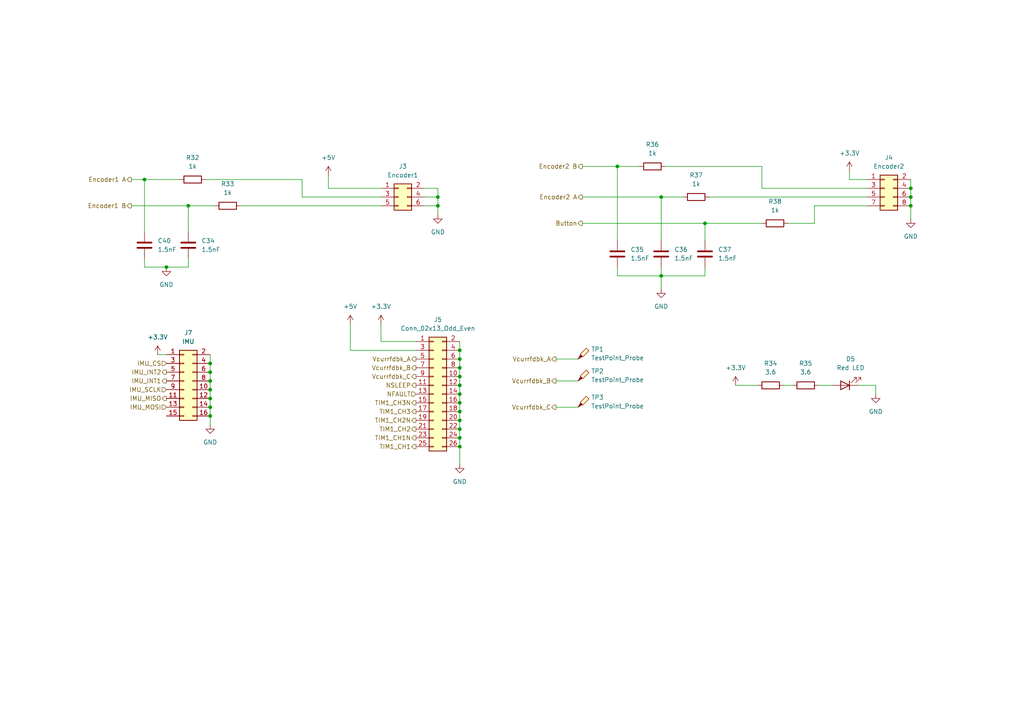
<source format=kicad_sch>
(kicad_sch (version 20250114) (generator "eeschema") (generator_version "9.0")
  (paper "A4")
  (lib_symbols
    (symbol "+3.3V_1" (power) (pin_numbers (hide yes)) (pin_names (offset 0) (hide yes))
      (property "Value" "+3.3V" (at 0 3.556 0))
      (symbol "+3.3V_1_0_1"
        (polyline (pts (xy -0.762 1.27) (xy 0 2.54)))
        (polyline (pts (xy 0 2.54) (xy 0.762 1.27)))
        (polyline (pts (xy 0 0) (xy 0 2.54)))
      )
      (symbol "+3.3V_1_1_1"
        (pin power_in line (at 0 0 90) (length 0) (name "~") (number "1"))
      )
    )
    (symbol "+5V_1" (power) (pin_numbers (hide yes)) (pin_names (offset 0) (hide yes))
      (property "Value" "+5V" (at 0 3.556 0))
      (symbol "+5V_1_0_1"
        (polyline (pts (xy -0.762 1.27) (xy 0 2.54)))
        (polyline (pts (xy 0 2.54) (xy 0.762 1.27)))
        (polyline (pts (xy 0 0) (xy 0 2.54)))
      )
      (symbol "+5V_1_1_1"
        (pin power_in line (at 0 0 90) (length 0) (name "~") (number "1"))
      )
    )
    (symbol "Connector:TestPoint_Probe" (pin_numbers (hide yes)) (pin_names (offset 0.762) (hide yes))
      (property "Reference" "TP" (at 1.651 5.842 0))
      (property "Value" "TestPoint_Probe" (at 1.651 4.064 0))
      (symbol "TestPoint_Probe_0_1"
        (polyline (pts (xy 1.27 0.762) (xy 0 0) (xy 0.762 1.27) (xy 1.27 0.762)) (fill (type outline)))
        (polyline (pts (xy 1.397 0.635) (xy 0.635 1.397) (xy 2.413 3.175) (xy 3.175 2.413) (xy 1.397 0.635)) (fill (type background)))
      )
      (symbol "TestPoint_Probe_1_1"
        (pin passive line (at 0 0 90) (length 0) (name "1") (number "1"))
      )
    )
    (symbol "Connector_Generic:Conn_02x03_Odd_Even" (pin_names (offset 1.016) (hide yes))
      (property "Reference" "J" (at 1.27 5.08 0))
      (property "Value" "Conn_02x03_Odd_Even" (at 1.27 -5.08 0))
      (symbol "Conn_02x03_Odd_Even_1_1"
        (rectangle (start -1.27 3.81) (end 3.81 -3.81) (stroke (width 0.254)) (fill (type background)))
        (rectangle (start -1.27 2.667) (end 0 2.413) (stroke (width 0.1524)))
        (rectangle (start -1.27 0.127) (end 0 -0.127) (stroke (width 0.1524)))
        (rectangle (start -1.27 -2.413) (end 0 -2.667) (stroke (width 0.1524)))
        (rectangle (start 3.81 2.667) (end 2.54 2.413) (stroke (width 0.1524)))
        (rectangle (start 3.81 0.127) (end 2.54 -0.127) (stroke (width 0.1524)))
        (rectangle (start 3.81 -2.413) (end 2.54 -2.667) (stroke (width 0.1524)))
        (pin passive line (at -5.08 2.54 0) (length 3.81) (name "Pin_1") (number "1"))
        (pin passive line (at -5.08 0 0) (length 3.81) (name "Pin_3") (number "3"))
        (pin passive line (at -5.08 -2.54 0) (length 3.81) (name "Pin_5") (number "5"))
        (pin passive line (at 7.62 2.54 180) (length 3.81) (name "Pin_2") (number "2"))
        (pin passive line (at 7.62 0 180) (length 3.81) (name "Pin_4") (number "4"))
        (pin passive line (at 7.62 -2.54 180) (length 3.81) (name "Pin_6") (number "6"))
      )
    )
    (symbol "Connector_Generic:Conn_02x04_Odd_Even" (pin_names (offset 1.016) (hide yes))
      (property "Reference" "J" (at 1.27 5.08 0))
      (property "Value" "Conn_02x04_Odd_Even" (at 1.27 -7.62 0))
      (symbol "Conn_02x04_Odd_Even_1_1"
        (rectangle (start -1.27 3.81) (end 3.81 -6.35) (stroke (width 0.254)) (fill (type background)))
        (rectangle (start -1.27 2.667) (end 0 2.413) (stroke (width 0.1524)))
        (rectangle (start -1.27 0.127) (end 0 -0.127) (stroke (width 0.1524)))
        (rectangle (start -1.27 -2.413) (end 0 -2.667) (stroke (width 0.1524)))
        (rectangle (start -1.27 -4.953) (end 0 -5.207) (stroke (width 0.1524)))
        (rectangle (start 3.81 2.667) (end 2.54 2.413) (stroke (width 0.1524)))
        (rectangle (start 3.81 0.127) (end 2.54 -0.127) (stroke (width 0.1524)))
        (rectangle (start 3.81 -2.413) (end 2.54 -2.667) (stroke (width 0.1524)))
        (rectangle (start 3.81 -4.953) (end 2.54 -5.207) (stroke (width 0.1524)))
        (pin passive line (at -5.08 2.54 0) (length 3.81) (name "Pin_1") (number "1"))
        (pin passive line (at -5.08 0 0) (length 3.81) (name "Pin_3") (number "3"))
        (pin passive line (at -5.08 -2.54 0) (length 3.81) (name "Pin_5") (number "5"))
        (pin passive line (at -5.08 -5.08 0) (length 3.81) (name "Pin_7") (number "7"))
        (pin passive line (at 7.62 2.54 180) (length 3.81) (name "Pin_2") (number "2"))
        (pin passive line (at 7.62 0 180) (length 3.81) (name "Pin_4") (number "4"))
        (pin passive line (at 7.62 -2.54 180) (length 3.81) (name "Pin_6") (number "6"))
        (pin passive line (at 7.62 -5.08 180) (length 3.81) (name "Pin_8") (number "8"))
      )
    )
    (symbol "Connector_Generic:Conn_02x08_Odd_Even" (pin_names (offset 1.016) (hide yes))
      (property "Reference" "J" (at 1.27 10.16 0))
      (property "Value" "Conn_02x08_Odd_Even" (at 1.27 -12.7 0))
      (symbol "Conn_02x08_Odd_Even_1_1"
        (rectangle (start -1.27 8.89) (end 3.81 -11.43) (stroke (width 0.254)) (fill (type background)))
        (rectangle (start -1.27 7.747) (end 0 7.493) (stroke (width 0.1524)))
        (rectangle (start -1.27 5.207) (end 0 4.953) (stroke (width 0.1524)))
        (rectangle (start -1.27 2.667) (end 0 2.413) (stroke (width 0.1524)))
        (rectangle (start -1.27 0.127) (end 0 -0.127) (stroke (width 0.1524)))
        (rectangle (start -1.27 -2.413) (end 0 -2.667) (stroke (width 0.1524)))
        (rectangle (start -1.27 -4.953) (end 0 -5.207) (stroke (width 0.1524)))
        (rectangle (start -1.27 -7.493) (end 0 -7.747) (stroke (width 0.1524)))
        (rectangle (start -1.27 -10.033) (end 0 -10.287) (stroke (width 0.1524)))
        (rectangle (start 3.81 7.747) (end 2.54 7.493) (stroke (width 0.1524)))
        (rectangle (start 3.81 5.207) (end 2.54 4.953) (stroke (width 0.1524)))
        (rectangle (start 3.81 2.667) (end 2.54 2.413) (stroke (width 0.1524)))
        (rectangle (start 3.81 0.127) (end 2.54 -0.127) (stroke (width 0.1524)))
        (rectangle (start 3.81 -2.413) (end 2.54 -2.667) (stroke (width 0.1524)))
        (rectangle (start 3.81 -4.953) (end 2.54 -5.207) (stroke (width 0.1524)))
        (rectangle (start 3.81 -7.493) (end 2.54 -7.747) (stroke (width 0.1524)))
        (rectangle (start 3.81 -10.033) (end 2.54 -10.287) (stroke (width 0.1524)))
        (pin passive line (at -5.08 7.62 0) (length 3.81) (name "Pin_1") (number "1"))
        (pin passive line (at -5.08 5.08 0) (length 3.81) (name "Pin_3") (number "3"))
        (pin passive line (at -5.08 2.54 0) (length 3.81) (name "Pin_5") (number "5"))
        (pin passive line (at -5.08 0 0) (length 3.81) (name "Pin_7") (number "7"))
        (pin passive line (at -5.08 -2.54 0) (length 3.81) (name "Pin_9") (number "9"))
        (pin passive line (at -5.08 -5.08 0) (length 3.81) (name "Pin_11") (number "11"))
        (pin passive line (at -5.08 -7.62 0) (length 3.81) (name "Pin_13") (number "13"))
        (pin passive line (at -5.08 -10.16 0) (length 3.81) (name "Pin_15") (number "15"))
        (pin passive line (at 7.62 7.62 180) (length 3.81) (name "Pin_2") (number "2"))
        (pin passive line (at 7.62 5.08 180) (length 3.81) (name "Pin_4") (number "4"))
        (pin passive line (at 7.62 2.54 180) (length 3.81) (name "Pin_6") (number "6"))
        (pin passive line (at 7.62 0 180) (length 3.81) (name "Pin_8") (number "8"))
        (pin passive line (at 7.62 -2.54 180) (length 3.81) (name "Pin_10") (number "10"))
        (pin passive line (at 7.62 -5.08 180) (length 3.81) (name "Pin_12") (number "12"))
        (pin passive line (at 7.62 -7.62 180) (length 3.81) (name "Pin_14") (number "14"))
        (pin passive line (at 7.62 -10.16 180) (length 3.81) (name "Pin_16") (number "16"))
      )
    )
    (symbol "Connector_Generic:Conn_02x13_Odd_Even" (pin_names (offset 1.016) (hide yes))
      (property "Reference" "J" (at 1.27 17.78 0))
      (property "Value" "Conn_02x13_Odd_Even" (at 1.27 -17.78 0))
      (symbol "Conn_02x13_Odd_Even_1_1"
        (rectangle (start -1.27 16.51) (end 3.81 -16.51) (stroke (width 0.254)) (fill (type background)))
        (rectangle (start -1.27 15.367) (end 0 15.113) (stroke (width 0.1524)))
        (rectangle (start -1.27 12.827) (end 0 12.573) (stroke (width 0.1524)))
        (rectangle (start -1.27 10.287) (end 0 10.033) (stroke (width 0.1524)))
        (rectangle (start -1.27 7.747) (end 0 7.493) (stroke (width 0.1524)))
        (rectangle (start -1.27 5.207) (end 0 4.953) (stroke (width 0.1524)))
        (rectangle (start -1.27 2.667) (end 0 2.413) (stroke (width 0.1524)))
        (rectangle (start -1.27 0.127) (end 0 -0.127) (stroke (width 0.1524)))
        (rectangle (start -1.27 -2.413) (end 0 -2.667) (stroke (width 0.1524)))
        (rectangle (start -1.27 -4.953) (end 0 -5.207) (stroke (width 0.1524)))
        (rectangle (start -1.27 -7.493) (end 0 -7.747) (stroke (width 0.1524)))
        (rectangle (start -1.27 -10.033) (end 0 -10.287) (stroke (width 0.1524)))
        (rectangle (start -1.27 -12.573) (end 0 -12.827) (stroke (width 0.1524)))
        (rectangle (start -1.27 -15.113) (end 0 -15.367) (stroke (width 0.1524)))
        (rectangle (start 3.81 15.367) (end 2.54 15.113) (stroke (width 0.1524)))
        (rectangle (start 3.81 12.827) (end 2.54 12.573) (stroke (width 0.1524)))
        (rectangle (start 3.81 10.287) (end 2.54 10.033) (stroke (width 0.1524)))
        (rectangle (start 3.81 7.747) (end 2.54 7.493) (stroke (width 0.1524)))
        (rectangle (start 3.81 5.207) (end 2.54 4.953) (stroke (width 0.1524)))
        (rectangle (start 3.81 2.667) (end 2.54 2.413) (stroke (width 0.1524)))
        (rectangle (start 3.81 0.127) (end 2.54 -0.127) (stroke (width 0.1524)))
        (rectangle (start 3.81 -2.413) (end 2.54 -2.667) (stroke (width 0.1524)))
        (rectangle (start 3.81 -4.953) (end 2.54 -5.207) (stroke (width 0.1524)))
        (rectangle (start 3.81 -7.493) (end 2.54 -7.747) (stroke (width 0.1524)))
        (rectangle (start 3.81 -10.033) (end 2.54 -10.287) (stroke (width 0.1524)))
        (rectangle (start 3.81 -12.573) (end 2.54 -12.827) (stroke (width 0.1524)))
        (rectangle (start 3.81 -15.113) (end 2.54 -15.367) (stroke (width 0.1524)))
        (pin passive line (at -5.08 15.24 0) (length 3.81) (name "Pin_1") (number "1"))
        (pin passive line (at -5.08 12.7 0) (length 3.81) (name "Pin_3") (number "3"))
        (pin passive line (at -5.08 10.16 0) (length 3.81) (name "Pin_5") (number "5"))
        (pin passive line (at -5.08 7.62 0) (length 3.81) (name "Pin_7") (number "7"))
        (pin passive line (at -5.08 5.08 0) (length 3.81) (name "Pin_9") (number "9"))
        (pin passive line (at -5.08 2.54 0) (length 3.81) (name "Pin_11") (number "11"))
        (pin passive line (at -5.08 0 0) (length 3.81) (name "Pin_13") (number "13"))
        (pin passive line (at -5.08 -2.54 0) (length 3.81) (name "Pin_15") (number "15"))
        (pin passive line (at -5.08 -5.08 0) (length 3.81) (name "Pin_17") (number "17"))
        (pin passive line (at -5.08 -7.62 0) (length 3.81) (name "Pin_19") (number "19"))
        (pin passive line (at -5.08 -10.16 0) (length 3.81) (name "Pin_21") (number "21"))
        (pin passive line (at -5.08 -12.7 0) (length 3.81) (name "Pin_23") (number "23"))
        (pin passive line (at -5.08 -15.24 0) (length 3.81) (name "Pin_25") (number "25"))
        (pin passive line (at 7.62 15.24 180) (length 3.81) (name "Pin_2") (number "2"))
        (pin passive line (at 7.62 12.7 180) (length 3.81) (name "Pin_4") (number "4"))
        (pin passive line (at 7.62 10.16 180) (length 3.81) (name "Pin_6") (number "6"))
        (pin passive line (at 7.62 7.62 180) (length 3.81) (name "Pin_8") (number "8"))
        (pin passive line (at 7.62 5.08 180) (length 3.81) (name "Pin_10") (number "10"))
        (pin passive line (at 7.62 2.54 180) (length 3.81) (name "Pin_12") (number "12"))
        (pin passive line (at 7.62 0 180) (length 3.81) (name "Pin_14") (number "14"))
        (pin passive line (at 7.62 -2.54 180) (length 3.81) (name "Pin_16") (number "16"))
        (pin passive line (at 7.62 -5.08 180) (length 3.81) (name "Pin_18") (number "18"))
        (pin passive line (at 7.62 -7.62 180) (length 3.81) (name "Pin_20") (number "20"))
        (pin passive line (at 7.62 -10.16 180) (length 3.81) (name "Pin_22") (number "22"))
        (pin passive line (at 7.62 -12.7 180) (length 3.81) (name "Pin_24") (number "24"))
        (pin passive line (at 7.62 -15.24 180) (length 3.81) (name "Pin_26") (number "26"))
      )
    )
    (symbol "Device:C" (pin_numbers (hide yes)) (pin_names (offset 0.254))
      (property "Reference" "C" (at 0.635 2.54 0))
      (property "Value" "C" (at 0.635 -2.54 0))
      (symbol "C_0_1"
        (polyline (pts (xy -2.032 0.762) (xy 2.032 0.762)) (stroke (width 0.508)))
        (polyline (pts (xy -2.032 -0.762) (xy 2.032 -0.762)) (stroke (width 0.508)))
      )
      (symbol "C_1_1"
        (pin passive line (at 0 3.81 270) (length 2.794) (name "~") (number "1"))
        (pin passive line (at 0 -3.81 90) (length 2.794) (name "~") (number "2"))
      )
    )
    (symbol "Device:LED" (pin_numbers (hide yes)) (pin_names (offset 1.016) (hide yes))
      (property "Reference" "D" (at 0 2.54 0))
      (property "Value" "LED" (at 0 -2.54 0))
      (symbol "LED_0_1"
        (polyline (pts (xy -3.048 -0.762) (xy -4.572 -2.286) (xy -3.81 -2.286) (xy -4.572 -2.286) (xy -4.572 -1.524)))
        (polyline (pts (xy -1.778 -0.762) (xy -3.302 -2.286) (xy -2.54 -2.286) (xy -3.302 -2.286) (xy -3.302 -1.524)))
        (polyline (pts (xy -1.27 0) (xy 1.27 0)))
        (polyline (pts (xy -1.27 -1.27) (xy -1.27 1.27)) (stroke (width 0.254)))
        (polyline (pts (xy 1.27 -1.27) (xy 1.27 1.27) (xy -1.27 0) (xy 1.27 -1.27)) (stroke (width 0.254)))
      )
      (symbol "LED_1_1"
        (pin passive line (at -3.81 0 0) (length 2.54) (name "K") (number "1"))
        (pin passive line (at 3.81 0 180) (length 2.54) (name "A") (number "2"))
      )
    )
    (symbol "Device:R" (pin_numbers (hide yes)) (pin_names (offset 0))
      (property "Reference" "R" (at 2.032 0 90))
      (property "Value" "R" (at 0 0 90))
      (symbol "R_0_1"
        (rectangle (start -1.016 -2.54) (end 1.016 2.54) (stroke (width 0.254)))
      )
      (symbol "R_1_1"
        (pin passive line (at 0 3.81 270) (length 1.27) (name "~") (number "1"))
        (pin passive line (at 0 -3.81 90) (length 1.27) (name "~") (number "2"))
      )
    )
    (symbol "GND_1" (power) (pin_numbers (hide yes)) (pin_names (offset 0) (hide yes))
      (property "Value" "GND" (at 0 -3.81 0))
      (symbol "GND_1_0_1"
        (polyline (pts (xy 0 0) (xy 0 -1.27) (xy 1.27 -1.27) (xy 0 -2.54) (xy -1.27 -1.27) (xy 0 -1.27)))
      )
      (symbol "GND_1_1_1"
        (pin power_in line (at 0 0 270) (length 0) (name "~") (number "1"))
      )
    )
    (symbol "power:+3.3V" (power) (pin_names (offset 0))
      (property "Value" "+3.3V" (at 0 3.556 0))
      (symbol "+3.3V_0_1"
        (polyline (pts (xy -0.762 1.27) (xy 0 2.54)))
        (polyline (pts (xy 0 2.54) (xy 0.762 1.27)))
        (polyline (pts (xy 0 0) (xy 0 2.54)))
      )
      (symbol "+3.3V_1_1"
        (pin power_in line (at 0 0 90) (length 0) (hide yes) (name "+3.3V") (number "1"))
      )
    )
    (symbol "power:+5V" (power) (pin_names (offset 0))
      (property "Value" "+5V" (at 0 3.556 0))
      (symbol "+5V_0_1"
        (polyline (pts (xy -0.762 1.27) (xy 0 2.54)))
        (polyline (pts (xy 0 2.54) (xy 0.762 1.27)))
        (polyline (pts (xy 0 0) (xy 0 2.54)))
      )
      (symbol "+5V_1_1"
        (pin power_in line (at 0 0 90) (length 0) (hide yes) (name "+5V") (number "1"))
      )
    )
    (symbol "power:GND" (power) (pin_names (offset 0))
      (property "Value" "GND" (at 0 -3.81 0))
      (symbol "GND_0_1"
        (polyline (pts (xy 0 0) (xy 0 -1.27) (xy 1.27 -1.27) (xy 0 -2.54) (xy -1.27 -1.27) (xy 0 -1.27)))
      )
      (symbol "GND_1_1"
        (pin power_in line (at 0 0 270) (length 0) (hide yes) (name "GND") (number "1"))
      )
    )
  )
  (junction (at 133.35 114.3))
  (junction (at 133.35 106.68))
  (junction (at 60.96 110.49))
  (junction (at 60.96 120.65))
  (junction (at 133.35 129.54))
  (junction (at 133.35 119.38))
  (junction (at 204.47 64.77))
  (junction (at 133.35 124.46))
  (junction (at 54.61 59.69))
  (junction (at 133.35 111.76))
  (junction (at 127 57.15))
  (junction (at 60.96 107.95))
  (junction (at 264.16 57.15))
  (junction (at 48.26 77.47))
  (junction (at 179.07 48.26))
  (junction (at 133.35 121.92))
  (junction (at 191.77 80.01))
  (junction (at 133.35 104.14))
  (junction (at 60.96 105.41))
  (junction (at 127 59.69))
  (junction (at 264.16 59.69))
  (junction (at 191.77 57.15))
  (junction (at 133.35 109.22))
  (junction (at 60.96 115.57))
  (junction (at 133.35 101.6))
  (junction (at 133.35 127))
  (junction (at 41.91 52.07))
  (junction (at 133.35 116.84))
  (junction (at 264.16 54.61))
  (junction (at 60.96 113.03))
  (junction (at 60.96 118.11))
  (wire (pts (xy 120.65 99.06) (xy 110.49 99.06)))
  (wire (pts (xy 133.35 124.46) (xy 133.35 127)))
  (wire (pts (xy 205.74 57.15) (xy 251.46 57.15)))
  (wire (pts (xy 161.29 110.49) (xy 167.64 110.49)))
  (wire (pts (xy 264.16 52.07) (xy 264.16 54.61)))
  (wire (pts (xy 87.63 57.15) (xy 110.49 57.15)))
  (wire (pts (xy 204.47 64.77) (xy 220.98 64.77)))
  (wire (pts (xy 127 59.69) (xy 127 62.23)))
  (wire (pts (xy 110.49 54.61) (xy 95.25 54.61)))
  (wire (pts (xy 45.72 102.87) (xy 48.26 102.87)))
  (wire (pts (xy 69.85 59.69) (xy 110.49 59.69)))
  (wire (pts (xy 237.49 111.76) (xy 241.3 111.76)))
  (wire (pts (xy 161.29 104.14) (xy 167.64 104.14)))
  (wire (pts (xy 60.96 120.65) (xy 60.96 123.19)))
  (wire (pts (xy 54.61 59.69) (xy 54.61 67.31)))
  (wire (pts (xy 227.33 111.76) (xy 229.87 111.76)))
  (wire (pts (xy 133.35 116.84) (xy 133.35 119.38)))
  (wire (pts (xy 101.6 101.6) (xy 101.6 93.98)))
  (wire (pts (xy 168.91 48.26) (xy 179.07 48.26)))
  (wire (pts (xy 87.63 57.15) (xy 87.63 52.07)))
  (wire (pts (xy 220.98 54.61) (xy 251.46 54.61)))
  (wire (pts (xy 204.47 77.47) (xy 204.47 80.01)))
  (wire (pts (xy 220.98 48.26) (xy 220.98 54.61)))
  (wire (pts (xy 38.1 52.07) (xy 41.91 52.07)))
  (wire (pts (xy 95.25 50.8) (xy 95.25 54.61)))
  (wire (pts (xy 264.16 54.61) (xy 264.16 57.15)))
  (wire (pts (xy 191.77 57.15) (xy 198.12 57.15)))
  (wire (pts (xy 60.96 102.87) (xy 60.96 105.41)))
  (wire (pts (xy 123.19 54.61) (xy 127 54.61)))
  (wire (pts (xy 264.16 59.69) (xy 264.16 63.5)))
  (wire (pts (xy 123.19 57.15) (xy 127 57.15)))
  (wire (pts (xy 133.35 127) (xy 133.35 129.54)))
  (wire (pts (xy 54.61 74.93) (xy 54.61 77.47)))
  (wire (pts (xy 179.07 80.01) (xy 191.77 80.01)))
  (wire (pts (xy 254 111.76) (xy 254 114.3)))
  (wire (pts (xy 193.04 48.26) (xy 220.98 48.26)))
  (wire (pts (xy 168.91 64.77) (xy 204.47 64.77)))
  (wire (pts (xy 127 54.61) (xy 127 57.15)))
  (wire (pts (xy 236.22 59.69) (xy 251.46 59.69)))
  (wire (pts (xy 120.65 101.6) (xy 101.6 101.6)))
  (wire (pts (xy 264.16 57.15) (xy 264.16 59.69)))
  (wire (pts (xy 41.91 52.07) (xy 41.91 67.31)))
  (wire (pts (xy 41.91 74.93) (xy 41.91 77.47)))
  (wire (pts (xy 179.07 48.26) (xy 179.07 69.85)))
  (wire (pts (xy 127 57.15) (xy 127 59.69)))
  (wire (pts (xy 191.77 57.15) (xy 191.77 69.85)))
  (wire (pts (xy 161.29 118.11) (xy 167.64 118.11)))
  (wire (pts (xy 133.35 104.14) (xy 133.35 106.68)))
  (wire (pts (xy 251.46 52.07) (xy 246.38 52.07)))
  (wire (pts (xy 123.19 59.69) (xy 127 59.69)))
  (wire (pts (xy 236.22 59.69) (xy 236.22 64.77)))
  (wire (pts (xy 133.35 119.38) (xy 133.35 121.92)))
  (wire (pts (xy 133.35 99.06) (xy 133.35 101.6)))
  (wire (pts (xy 246.38 49.53) (xy 246.38 52.07)))
  (wire (pts (xy 204.47 64.77) (xy 204.47 69.85)))
  (wire (pts (xy 60.96 115.57) (xy 60.96 118.11)))
  (wire (pts (xy 60.96 118.11) (xy 60.96 120.65)))
  (wire (pts (xy 191.77 77.47) (xy 191.77 80.01)))
  (wire (pts (xy 213.36 111.76) (xy 219.71 111.76)))
  (wire (pts (xy 179.07 77.47) (xy 179.07 80.01)))
  (wire (pts (xy 60.96 110.49) (xy 60.96 113.03)))
  (wire (pts (xy 228.6 64.77) (xy 236.22 64.77)))
  (wire (pts (xy 191.77 80.01) (xy 204.47 80.01)))
  (wire (pts (xy 133.35 129.54) (xy 133.35 134.62)))
  (wire (pts (xy 48.26 77.47) (xy 54.61 77.47)))
  (wire (pts (xy 133.35 121.92) (xy 133.35 124.46)))
  (wire (pts (xy 60.96 113.03) (xy 60.96 115.57)))
  (wire (pts (xy 179.07 48.26) (xy 185.42 48.26)))
  (wire (pts (xy 59.69 52.07) (xy 87.63 52.07)))
  (wire (pts (xy 60.96 105.41) (xy 60.96 107.95)))
  (wire (pts (xy 60.96 107.95) (xy 60.96 110.49)))
  (wire (pts (xy 41.91 52.07) (xy 52.07 52.07)))
  (wire (pts (xy 133.35 101.6) (xy 133.35 104.14)))
  (wire (pts (xy 133.35 111.76) (xy 133.35 114.3)))
  (wire (pts (xy 248.92 111.76) (xy 254 111.76)))
  (wire (pts (xy 133.35 109.22) (xy 133.35 111.76)))
  (wire (pts (xy 133.35 106.68) (xy 133.35 109.22)))
  (wire (pts (xy 54.61 59.69) (xy 62.23 59.69)))
  (wire (pts (xy 133.35 114.3) (xy 133.35 116.84)))
  (wire (pts (xy 41.91 77.47) (xy 48.26 77.47)))
  (wire (pts (xy 38.1 59.69) (xy 54.61 59.69)))
  (wire (pts (xy 168.91 57.15) (xy 191.77 57.15)))
  (wire (pts (xy 191.77 80.01) (xy 191.77 83.82)))
  (wire (pts (xy 110.49 99.06) (xy 110.49 93.98)))
  (hierarchical_label "Encoder1 A" (shape output) (at 38.1 52.07 180))
  (hierarchical_label "Vcurrfdbk_B" (shape output) (at 161.29 110.49 180))
  (hierarchical_label "Vcurrfdbk_C" (shape output) (at 161.29 118.11 180))
  (hierarchical_label "TIM1_CH3" (shape output) (at 120.65 119.38 180))
  (hierarchical_label "NSLEEP" (shape output) (at 120.65 111.76 180))
  (hierarchical_label "TIM1_CH1" (shape output) (at 120.65 129.54 180))
  (hierarchical_label "IMU_INT1" (shape output) (at 48.26 110.49 180))
  (hierarchical_label "TIM1_CH2N" (shape output) (at 120.65 121.92 180))
  (hierarchical_label "TIM1_CH1N" (shape output) (at 120.65 127 180))
  (hierarchical_label "IMU_SCLK" (shape input) (at 48.26 113.03 180))
  (hierarchical_label "TIM1_CH3N" (shape output) (at 120.65 116.84 180))
  (hierarchical_label "Vcurrfdbk_A" (shape output) (at 161.29 104.14 180))
  (hierarchical_label "IMU_MOSI" (shape input) (at 48.26 118.11 180))
  (hierarchical_label "IMU_MISO" (shape output) (at 48.26 115.57 180))
  (hierarchical_label "Vcurrfdbk_B" (shape output) (at 120.65 106.68 180))
  (hierarchical_label "TIM1_CH2" (shape output) (at 120.65 124.46 180))
  (hierarchical_label "Button" (shape output) (at 168.91 64.77 180))
  (hierarchical_label "IMU_CS" (shape input) (at 48.26 105.41 180))
  (hierarchical_label "Encoder2 B" (shape output) (at 168.91 48.26 180))
  (hierarchical_label "Vcurrfdbk_C" (shape output) (at 120.65 109.22 180))
  (hierarchical_label "Encoder1 B" (shape output) (at 38.1 59.69 180))
  (hierarchical_label "Encoder2 A" (shape output) (at 168.91 57.15 180))
  (hierarchical_label "Vcurrfdbk_A" (shape output) (at 120.65 104.14 180))
  (hierarchical_label "IMU_INT2" (shape output) (at 48.26 107.95 180))
  (hierarchical_label "NFAULT" (shape input) (at 120.65 114.3 180))
  (symbol (lib_name "GND_1") (lib_id "power:GND") (at 133.35 134.62 0) (unit 1)
    (property "Reference" "#PWR020" (effects (hide yes)))
    (property "Value" "GND" (at 133.35 139.7 0))
    (property "Description" "Power symbol creates a global label with name \"GND\" , ground" (effects (hide yes)))
  )
  (symbol (lib_id "Connector:TestPoint_Probe") (at 167.64 110.49 0) (unit 1)
    (property "Reference" "TP2" (at 171.45 107.6324 0) (effects (justify left)))
    (property "Value" "TestPoint_Probe" (at 171.45 110.1724 0) (effects (justify left)))
    (property "Footprint" "Connector_Pin:Pin_D0.7mm_L6.5mm_W1.8mm_FlatFork" (effects (hide yes)))
    (property "Description" "test point (alternative probe-style design)" (effects (hide yes)))
  )
  (symbol (lib_id "Device:C") (at 204.47 73.66 180) (unit 1)
    (property "Reference" "C37" (at 208.28 72.3899 0) (effects (justify right)))
    (property "Value" "1.5nF" (at 208.28 74.9299 0) (effects (justify right)))
    (property "Footprint" "Capacitor_SMD:C_0603_1608Metric" (effects (hide yes)))
    (property "Description" "Unpolarized capacitor" (effects (hide yes)))
  )
  (symbol (lib_id "power:GND") (at 254 114.3 0) (unit 1)
    (property "Reference" "#PWR040" (effects (hide yes)))
    (property "Value" "GND" (at 254 119.38 0))
  )
  (symbol (lib_id "Device:R") (at 189.23 48.26 90) (unit 1)
    (property "Reference" "R36" (at 189.23 41.91 90))
    (property "Value" "1k" (at 189.23 44.45 90))
    (property "Footprint" "Resistor_SMD:R_0603_1608Metric" (effects (hide yes)))
    (property "Description" "Resistor" (effects (hide yes)))
  )
  (symbol (lib_id "Connector_Generic:Conn_02x13_Odd_Even") (at 125.73 114.3 0) (unit 1)
    (property "Reference" "J5" (at 127 92.71 0))
    (property "Value" "Conn_02x13_Odd_Even" (at 127 95.25 0))
    (property "Footprint" "Connector_IDC:IDC-Header_2x13_P2.54mm_Vertical" (effects (hide yes)))
    (property "Description" "Generic connector, double row, 02x13, odd/even pin numbering scheme (row 1 odd numbers, row 2 even numbers), script generated (kicad-library-utils/schlib/autogen/connector/)" (effects (hide yes)))
  )
  (symbol (lib_id "Device:R") (at 224.79 64.77 90) (unit 1)
    (property "Reference" "R38" (at 224.79 58.42 90))
    (property "Value" "1k" (at 224.79 60.96 90))
    (property "Footprint" "Resistor_SMD:R_0603_1608Metric" (effects (hide yes)))
    (property "Description" "Resistor" (effects (hide yes)))
  )
  (symbol (lib_id "Connector_Generic:Conn_02x03_Odd_Even") (at 115.57 57.15 0) (unit 1)
    (property "Reference" "J3" (at 116.84 48.26 0))
    (property "Value" "Encoder1" (at 116.84 50.8 0))
    (property "Footprint" "Connector_IDC:IDC-Header_2x03_P2.54mm_Vertical" (effects (hide yes)))
  )
  (symbol (lib_id "Device:C") (at 191.77 73.66 180) (unit 1)
    (property "Reference" "C36" (at 195.58 72.3899 0) (effects (justify right)))
    (property "Value" "1.5nF" (at 195.58 74.9299 0) (effects (justify right)))
    (property "Footprint" "Capacitor_SMD:C_0603_1608Metric" (effects (hide yes)))
    (property "Description" "Unpolarized capacitor" (effects (hide yes)))
  )
  (symbol (lib_id "Device:C") (at 41.91 71.12 180) (unit 1)
    (property "Reference" "C40" (at 45.72 69.8499 0) (effects (justify right)))
    (property "Value" "1.5nF" (at 45.72 72.3899 0) (effects (justify right)))
    (property "Footprint" "Capacitor_SMD:C_0603_1608Metric" (effects (hide yes)))
    (property "Description" "Unpolarized capacitor" (effects (hide yes)))
  )
  (symbol (lib_id "power:+5V") (at 101.6 93.98 0) (unit 1)
    (property "Reference" "#PWR012" (effects (hide yes)))
    (property "Value" "+5V" (at 101.6 88.9 0))
    (property "Description" "Power symbol creates a global label with name \"+5V\"" (effects (hide yes)))
  )
  (symbol (lib_name "+3.3V_1") (lib_id "power:+3.3V") (at 213.36 111.76 0) (unit 1)
    (property "Reference" "#PWR02" (effects (hide yes)))
    (property "Value" "+3.3V" (at 213.36 106.68 0))
    (property "Description" "Power symbol creates a global label with name \"+3.3V\"" (effects (hide yes)))
  )
  (symbol (lib_id "Connector:TestPoint_Probe") (at 167.64 118.11 0) (unit 1)
    (property "Reference" "TP3" (at 171.45 115.2524 0) (effects (justify left)))
    (property "Value" "TestPoint_Probe" (at 171.45 117.7924 0) (effects (justify left)))
    (property "Footprint" "Connector_Pin:Pin_D0.7mm_L6.5mm_W1.8mm_FlatFork" (effects (hide yes)))
    (property "Description" "test point (alternative probe-style design)" (effects (hide yes)))
  )
  (symbol (lib_id "power:GND") (at 191.77 83.82 0) (unit 1)
    (property "Reference" "#PWR035" (effects (hide yes)))
    (property "Value" "GND" (at 191.77 88.9 0))
  )
  (symbol (lib_id "power:+3.3V") (at 110.49 93.98 0) (unit 1)
    (property "Reference" "#PWR036" (effects (hide yes)))
    (property "Value" "+3.3V" (at 110.49 88.9 0))
  )
  (symbol (lib_id "power:GND") (at 127 62.23 0) (unit 1)
    (property "Reference" "#PWR060" (effects (hide yes)))
    (property "Value" "GND" (at 127 67.31 0))
  )
  (symbol (lib_id "power:+3.3V") (at 246.38 49.53 0) (unit 1)
    (property "Reference" "#PWR037" (effects (hide yes)))
    (property "Value" "+3.3V" (at 246.38 44.45 0))
  )
  (symbol (lib_id "Device:R") (at 201.93 57.15 90) (unit 1)
    (property "Reference" "R37" (at 201.93 50.8 90))
    (property "Value" "1k" (at 201.93 53.34 90))
    (property "Footprint" "Resistor_SMD:R_0603_1608Metric" (effects (hide yes)))
    (property "Description" "Resistor" (effects (hide yes)))
  )
  (symbol (lib_id "Connector:TestPoint_Probe") (at 167.64 104.14 0) (unit 1)
    (property "Reference" "TP1" (at 171.45 101.2824 0) (effects (justify left)))
    (property "Value" "TestPoint_Probe" (at 171.45 103.8224 0) (effects (justify left)))
    (property "Footprint" "Connector_Pin:Pin_D0.7mm_L6.5mm_W1.8mm_FlatFork" (effects (hide yes)))
    (property "Description" "test point (alternative probe-style design)" (effects (hide yes)))
  )
  (symbol (lib_id "Device:R") (at 55.88 52.07 90) (unit 1)
    (property "Reference" "R32" (at 55.88 45.72 90))
    (property "Value" "1k" (at 55.88 48.26 90))
    (property "Footprint" "Resistor_SMD:R_0603_1608Metric" (effects (hide yes)))
    (property "Description" "Resistor" (effects (hide yes)))
  )
  (symbol (lib_id "Connector_Generic:Conn_02x08_Odd_Even") (at 53.34 110.49 0) (unit 1)
    (property "Reference" "J7" (at 54.61 96.52 0))
    (property "Value" "IMU" (at 54.61 99.06 0))
    (property "Footprint" "Connector_IDC:IDC-Header_2x08_P2.54mm_Vertical" (effects (hide yes)))
  )
  (symbol (lib_id "Device:LED") (at 245.11 111.76 180) (unit 1)
    (property "Reference" "D5" (at 246.6975 104.14 0))
    (property "Value" "Red LED" (at 246.6975 106.68 0))
    (property "Footprint" "LED_SMD:LED_0805_2012Metric" (effects (hide yes)))
    (property "Description" "Light emitting diode" (effects (hide yes)))
    (property "Sim.Pins" "1=K 2=A" (effects (hide yes)))
  )
  (symbol (lib_id "power:GND") (at 60.96 123.19 0) (unit 1)
    (property "Reference" "#PWR034" (effects (hide yes)))
    (property "Value" "GND" (at 60.96 128.27 0))
  )
  (symbol (lib_id "Device:R") (at 233.68 111.76 90) (unit 1)
    (property "Reference" "R35" (at 233.68 105.41 90))
    (property "Value" "3.6" (at 233.68 107.95 90))
    (property "Footprint" "Resistor_SMD:R_0603_1608Metric" (effects (hide yes)))
    (property "Description" "Resistor" (effects (hide yes)))
  )
  (symbol (lib_id "power:GND") (at 264.16 63.5 0) (unit 1)
    (property "Reference" "#PWR059" (effects (hide yes)))
    (property "Value" "GND" (at 264.16 68.58 0))
  )
  (symbol (lib_id "Device:C") (at 54.61 71.12 180) (unit 1)
    (property "Reference" "C34" (at 58.42 69.8499 0) (effects (justify right)))
    (property "Value" "1.5nF" (at 58.42 72.3899 0) (effects (justify right)))
    (property "Footprint" "Capacitor_SMD:C_0603_1608Metric" (effects (hide yes)))
    (property "Description" "Unpolarized capacitor" (effects (hide yes)))
  )
  (symbol (lib_id "Device:R") (at 223.52 111.76 90) (unit 1)
    (property "Reference" "R34" (at 223.52 105.41 90))
    (property "Value" "3.6" (at 223.52 107.95 90))
    (property "Footprint" "Resistor_SMD:R_0603_1608Metric" (effects (hide yes)))
    (property "Description" "Resistor" (effects (hide yes)))
  )
  (symbol (lib_name "+5V_1") (lib_id "power:+5V") (at 95.25 50.8 0) (unit 1)
    (property "Reference" "#PWR01" (effects (hide yes)))
    (property "Value" "+5V" (at 95.25 45.72 0))
    (property "Description" "Power symbol creates a global label with name \"+5V\"" (effects (hide yes)))
  )
  (symbol (lib_id "Device:R") (at 66.04 59.69 90) (unit 1)
    (property "Reference" "R33" (at 66.04 53.34 90))
    (property "Value" "1k" (at 66.04 55.88 90))
    (property "Footprint" "Resistor_SMD:R_0603_1608Metric" (effects (hide yes)))
    (property "Description" "Resistor" (effects (hide yes)))
  )
  (symbol (lib_id "power:+3.3V") (at 45.72 102.87 0) (unit 1)
    (property "Reference" "#PWR033" (effects (hide yes)))
    (property "Value" "+3.3V" (at 45.72 97.79 0))
  )
  (symbol (lib_id "power:GND") (at 48.26 77.47 0) (unit 1)
    (property "Reference" "#PWR032" (effects (hide yes)))
    (property "Value" "GND" (at 48.26 82.55 0))
  )
  (symbol (lib_id "Device:C") (at 179.07 73.66 180) (unit 1)
    (property "Reference" "C35" (at 182.88 72.3899 0) (effects (justify right)))
    (property "Value" "1.5nF" (at 182.88 74.9299 0) (effects (justify right)))
    (property "Footprint" "Capacitor_SMD:C_0603_1608Metric" (effects (hide yes)))
    (property "Description" "Unpolarized capacitor" (effects (hide yes)))
  )
  (symbol (lib_id "Connector_Generic:Conn_02x04_Odd_Even") (at 256.54 54.61 0) (unit 1)
    (property "Reference" "J4" (at 257.81 45.72 0))
    (property "Value" "Encoder2" (at 257.81 48.26 0))
    (property "Footprint" "Connector_IDC:IDC-Header_2x04_P2.54mm_Vertical" (effects (hide yes)))
  )
)
</source>
